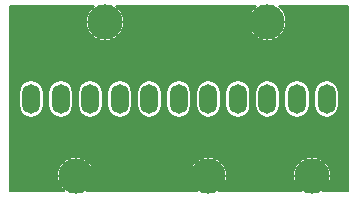
<source format=gbr>
G04 #@! TF.FileFunction,Copper,L2,Bot,Signal*
%FSLAX46Y46*%
G04 Gerber Fmt 4.6, Leading zero omitted, Abs format (unit mm)*
G04 Created by KiCad (PCBNEW 4.0.1-stable) date 2016/02/09 9:59:13*
%MOMM*%
G01*
G04 APERTURE LIST*
%ADD10C,0.100000*%
%ADD11O,1.500000X2.500000*%
%ADD12C,3.000000*%
%ADD13C,0.200000*%
G04 APERTURE END LIST*
D10*
D11*
X34500000Y-18000000D03*
X37000000Y-18000000D03*
D12*
X35750000Y-24500000D03*
D11*
X24500000Y-18000000D03*
X27000000Y-18000000D03*
X29500000Y-18000000D03*
D12*
X27000000Y-24500000D03*
D11*
X12000000Y-18000000D03*
X14500000Y-18000000D03*
X17000000Y-18000000D03*
X19500000Y-18000000D03*
D12*
X15750000Y-24500000D03*
D11*
X24500000Y-18000000D03*
X22000000Y-18000000D03*
X19500000Y-18000000D03*
X17000000Y-18000000D03*
X14500000Y-18000000D03*
X12000000Y-18000000D03*
D12*
X18250000Y-11500000D03*
D11*
X37000000Y-18000000D03*
X34500000Y-18000000D03*
X32000000Y-18000000D03*
X29500000Y-18000000D03*
X27000000Y-18000000D03*
D12*
X32000000Y-11500000D03*
D13*
G36*
X16894377Y-10592489D02*
X16650278Y-11180344D01*
X16649723Y-11816863D01*
X16892795Y-12405143D01*
X17342489Y-12855623D01*
X17930344Y-13099722D01*
X18566863Y-13100277D01*
X19155143Y-12857205D01*
X19605623Y-12407511D01*
X19849722Y-11819656D01*
X19850277Y-11183137D01*
X19607205Y-10594857D01*
X19188081Y-10175000D01*
X31062596Y-10175000D01*
X30644377Y-10592489D01*
X30400278Y-11180344D01*
X30399723Y-11816863D01*
X30642795Y-12405143D01*
X31092489Y-12855623D01*
X31680344Y-13099722D01*
X32316863Y-13100277D01*
X32905143Y-12857205D01*
X33355623Y-12407511D01*
X33599722Y-11819656D01*
X33600277Y-11183137D01*
X33357205Y-10594857D01*
X32938081Y-10175000D01*
X38825000Y-10175000D01*
X38825000Y-25825000D01*
X36687404Y-25825000D01*
X37105623Y-25407511D01*
X37349722Y-24819656D01*
X37350277Y-24183137D01*
X37107205Y-23594857D01*
X36657511Y-23144377D01*
X36069656Y-22900278D01*
X35433137Y-22899723D01*
X34844857Y-23142795D01*
X34394377Y-23592489D01*
X34150278Y-24180344D01*
X34149723Y-24816863D01*
X34392795Y-25405143D01*
X34811919Y-25825000D01*
X27937404Y-25825000D01*
X28355623Y-25407511D01*
X28599722Y-24819656D01*
X28600277Y-24183137D01*
X28357205Y-23594857D01*
X27907511Y-23144377D01*
X27319656Y-22900278D01*
X26683137Y-22899723D01*
X26094857Y-23142795D01*
X25644377Y-23592489D01*
X25400278Y-24180344D01*
X25399723Y-24816863D01*
X25642795Y-25405143D01*
X26061919Y-25825000D01*
X16687404Y-25825000D01*
X17105623Y-25407511D01*
X17349722Y-24819656D01*
X17350277Y-24183137D01*
X17107205Y-23594857D01*
X16657511Y-23144377D01*
X16069656Y-22900278D01*
X15433137Y-22899723D01*
X14844857Y-23142795D01*
X14394377Y-23592489D01*
X14150278Y-24180344D01*
X14149723Y-24816863D01*
X14392795Y-25405143D01*
X14811919Y-25825000D01*
X10175000Y-25825000D01*
X10175000Y-17469438D01*
X10940000Y-17469438D01*
X10940000Y-18530562D01*
X11020688Y-18936206D01*
X11250467Y-19280095D01*
X11594356Y-19509874D01*
X12000000Y-19590562D01*
X12405644Y-19509874D01*
X12749533Y-19280095D01*
X12979312Y-18936206D01*
X13060000Y-18530562D01*
X13060000Y-17469438D01*
X13440000Y-17469438D01*
X13440000Y-18530562D01*
X13520688Y-18936206D01*
X13750467Y-19280095D01*
X14094356Y-19509874D01*
X14500000Y-19590562D01*
X14905644Y-19509874D01*
X15249533Y-19280095D01*
X15479312Y-18936206D01*
X15560000Y-18530562D01*
X15560000Y-17469438D01*
X15940000Y-17469438D01*
X15940000Y-18530562D01*
X16020688Y-18936206D01*
X16250467Y-19280095D01*
X16594356Y-19509874D01*
X17000000Y-19590562D01*
X17405644Y-19509874D01*
X17749533Y-19280095D01*
X17979312Y-18936206D01*
X18060000Y-18530562D01*
X18060000Y-17469438D01*
X18440000Y-17469438D01*
X18440000Y-18530562D01*
X18520688Y-18936206D01*
X18750467Y-19280095D01*
X19094356Y-19509874D01*
X19500000Y-19590562D01*
X19905644Y-19509874D01*
X20249533Y-19280095D01*
X20479312Y-18936206D01*
X20560000Y-18530562D01*
X20560000Y-17469438D01*
X20940000Y-17469438D01*
X20940000Y-18530562D01*
X21020688Y-18936206D01*
X21250467Y-19280095D01*
X21594356Y-19509874D01*
X22000000Y-19590562D01*
X22405644Y-19509874D01*
X22749533Y-19280095D01*
X22979312Y-18936206D01*
X23060000Y-18530562D01*
X23060000Y-17469438D01*
X23440000Y-17469438D01*
X23440000Y-18530562D01*
X23520688Y-18936206D01*
X23750467Y-19280095D01*
X24094356Y-19509874D01*
X24500000Y-19590562D01*
X24905644Y-19509874D01*
X25249533Y-19280095D01*
X25479312Y-18936206D01*
X25560000Y-18530562D01*
X25560000Y-17469438D01*
X25940000Y-17469438D01*
X25940000Y-18530562D01*
X26020688Y-18936206D01*
X26250467Y-19280095D01*
X26594356Y-19509874D01*
X27000000Y-19590562D01*
X27405644Y-19509874D01*
X27749533Y-19280095D01*
X27979312Y-18936206D01*
X28060000Y-18530562D01*
X28060000Y-17469438D01*
X28440000Y-17469438D01*
X28440000Y-18530562D01*
X28520688Y-18936206D01*
X28750467Y-19280095D01*
X29094356Y-19509874D01*
X29500000Y-19590562D01*
X29905644Y-19509874D01*
X30249533Y-19280095D01*
X30479312Y-18936206D01*
X30560000Y-18530562D01*
X30560000Y-17469438D01*
X30940000Y-17469438D01*
X30940000Y-18530562D01*
X31020688Y-18936206D01*
X31250467Y-19280095D01*
X31594356Y-19509874D01*
X32000000Y-19590562D01*
X32405644Y-19509874D01*
X32749533Y-19280095D01*
X32979312Y-18936206D01*
X33060000Y-18530562D01*
X33060000Y-17469438D01*
X33440000Y-17469438D01*
X33440000Y-18530562D01*
X33520688Y-18936206D01*
X33750467Y-19280095D01*
X34094356Y-19509874D01*
X34500000Y-19590562D01*
X34905644Y-19509874D01*
X35249533Y-19280095D01*
X35479312Y-18936206D01*
X35560000Y-18530562D01*
X35560000Y-17469438D01*
X35940000Y-17469438D01*
X35940000Y-18530562D01*
X36020688Y-18936206D01*
X36250467Y-19280095D01*
X36594356Y-19509874D01*
X37000000Y-19590562D01*
X37405644Y-19509874D01*
X37749533Y-19280095D01*
X37979312Y-18936206D01*
X38060000Y-18530562D01*
X38060000Y-17469438D01*
X37979312Y-17063794D01*
X37749533Y-16719905D01*
X37405644Y-16490126D01*
X37000000Y-16409438D01*
X36594356Y-16490126D01*
X36250467Y-16719905D01*
X36020688Y-17063794D01*
X35940000Y-17469438D01*
X35560000Y-17469438D01*
X35479312Y-17063794D01*
X35249533Y-16719905D01*
X34905644Y-16490126D01*
X34500000Y-16409438D01*
X34094356Y-16490126D01*
X33750467Y-16719905D01*
X33520688Y-17063794D01*
X33440000Y-17469438D01*
X33060000Y-17469438D01*
X32979312Y-17063794D01*
X32749533Y-16719905D01*
X32405644Y-16490126D01*
X32000000Y-16409438D01*
X31594356Y-16490126D01*
X31250467Y-16719905D01*
X31020688Y-17063794D01*
X30940000Y-17469438D01*
X30560000Y-17469438D01*
X30479312Y-17063794D01*
X30249533Y-16719905D01*
X29905644Y-16490126D01*
X29500000Y-16409438D01*
X29094356Y-16490126D01*
X28750467Y-16719905D01*
X28520688Y-17063794D01*
X28440000Y-17469438D01*
X28060000Y-17469438D01*
X27979312Y-17063794D01*
X27749533Y-16719905D01*
X27405644Y-16490126D01*
X27000000Y-16409438D01*
X26594356Y-16490126D01*
X26250467Y-16719905D01*
X26020688Y-17063794D01*
X25940000Y-17469438D01*
X25560000Y-17469438D01*
X25479312Y-17063794D01*
X25249533Y-16719905D01*
X24905644Y-16490126D01*
X24500000Y-16409438D01*
X24094356Y-16490126D01*
X23750467Y-16719905D01*
X23520688Y-17063794D01*
X23440000Y-17469438D01*
X23060000Y-17469438D01*
X22979312Y-17063794D01*
X22749533Y-16719905D01*
X22405644Y-16490126D01*
X22000000Y-16409438D01*
X21594356Y-16490126D01*
X21250467Y-16719905D01*
X21020688Y-17063794D01*
X20940000Y-17469438D01*
X20560000Y-17469438D01*
X20479312Y-17063794D01*
X20249533Y-16719905D01*
X19905644Y-16490126D01*
X19500000Y-16409438D01*
X19094356Y-16490126D01*
X18750467Y-16719905D01*
X18520688Y-17063794D01*
X18440000Y-17469438D01*
X18060000Y-17469438D01*
X17979312Y-17063794D01*
X17749533Y-16719905D01*
X17405644Y-16490126D01*
X17000000Y-16409438D01*
X16594356Y-16490126D01*
X16250467Y-16719905D01*
X16020688Y-17063794D01*
X15940000Y-17469438D01*
X15560000Y-17469438D01*
X15479312Y-17063794D01*
X15249533Y-16719905D01*
X14905644Y-16490126D01*
X14500000Y-16409438D01*
X14094356Y-16490126D01*
X13750467Y-16719905D01*
X13520688Y-17063794D01*
X13440000Y-17469438D01*
X13060000Y-17469438D01*
X12979312Y-17063794D01*
X12749533Y-16719905D01*
X12405644Y-16490126D01*
X12000000Y-16409438D01*
X11594356Y-16490126D01*
X11250467Y-16719905D01*
X11020688Y-17063794D01*
X10940000Y-17469438D01*
X10175000Y-17469438D01*
X10175000Y-10175000D01*
X17312596Y-10175000D01*
X16894377Y-10592489D01*
X16894377Y-10592489D01*
G37*
X16894377Y-10592489D02*
X16650278Y-11180344D01*
X16649723Y-11816863D01*
X16892795Y-12405143D01*
X17342489Y-12855623D01*
X17930344Y-13099722D01*
X18566863Y-13100277D01*
X19155143Y-12857205D01*
X19605623Y-12407511D01*
X19849722Y-11819656D01*
X19850277Y-11183137D01*
X19607205Y-10594857D01*
X19188081Y-10175000D01*
X31062596Y-10175000D01*
X30644377Y-10592489D01*
X30400278Y-11180344D01*
X30399723Y-11816863D01*
X30642795Y-12405143D01*
X31092489Y-12855623D01*
X31680344Y-13099722D01*
X32316863Y-13100277D01*
X32905143Y-12857205D01*
X33355623Y-12407511D01*
X33599722Y-11819656D01*
X33600277Y-11183137D01*
X33357205Y-10594857D01*
X32938081Y-10175000D01*
X38825000Y-10175000D01*
X38825000Y-25825000D01*
X36687404Y-25825000D01*
X37105623Y-25407511D01*
X37349722Y-24819656D01*
X37350277Y-24183137D01*
X37107205Y-23594857D01*
X36657511Y-23144377D01*
X36069656Y-22900278D01*
X35433137Y-22899723D01*
X34844857Y-23142795D01*
X34394377Y-23592489D01*
X34150278Y-24180344D01*
X34149723Y-24816863D01*
X34392795Y-25405143D01*
X34811919Y-25825000D01*
X27937404Y-25825000D01*
X28355623Y-25407511D01*
X28599722Y-24819656D01*
X28600277Y-24183137D01*
X28357205Y-23594857D01*
X27907511Y-23144377D01*
X27319656Y-22900278D01*
X26683137Y-22899723D01*
X26094857Y-23142795D01*
X25644377Y-23592489D01*
X25400278Y-24180344D01*
X25399723Y-24816863D01*
X25642795Y-25405143D01*
X26061919Y-25825000D01*
X16687404Y-25825000D01*
X17105623Y-25407511D01*
X17349722Y-24819656D01*
X17350277Y-24183137D01*
X17107205Y-23594857D01*
X16657511Y-23144377D01*
X16069656Y-22900278D01*
X15433137Y-22899723D01*
X14844857Y-23142795D01*
X14394377Y-23592489D01*
X14150278Y-24180344D01*
X14149723Y-24816863D01*
X14392795Y-25405143D01*
X14811919Y-25825000D01*
X10175000Y-25825000D01*
X10175000Y-17469438D01*
X10940000Y-17469438D01*
X10940000Y-18530562D01*
X11020688Y-18936206D01*
X11250467Y-19280095D01*
X11594356Y-19509874D01*
X12000000Y-19590562D01*
X12405644Y-19509874D01*
X12749533Y-19280095D01*
X12979312Y-18936206D01*
X13060000Y-18530562D01*
X13060000Y-17469438D01*
X13440000Y-17469438D01*
X13440000Y-18530562D01*
X13520688Y-18936206D01*
X13750467Y-19280095D01*
X14094356Y-19509874D01*
X14500000Y-19590562D01*
X14905644Y-19509874D01*
X15249533Y-19280095D01*
X15479312Y-18936206D01*
X15560000Y-18530562D01*
X15560000Y-17469438D01*
X15940000Y-17469438D01*
X15940000Y-18530562D01*
X16020688Y-18936206D01*
X16250467Y-19280095D01*
X16594356Y-19509874D01*
X17000000Y-19590562D01*
X17405644Y-19509874D01*
X17749533Y-19280095D01*
X17979312Y-18936206D01*
X18060000Y-18530562D01*
X18060000Y-17469438D01*
X18440000Y-17469438D01*
X18440000Y-18530562D01*
X18520688Y-18936206D01*
X18750467Y-19280095D01*
X19094356Y-19509874D01*
X19500000Y-19590562D01*
X19905644Y-19509874D01*
X20249533Y-19280095D01*
X20479312Y-18936206D01*
X20560000Y-18530562D01*
X20560000Y-17469438D01*
X20940000Y-17469438D01*
X20940000Y-18530562D01*
X21020688Y-18936206D01*
X21250467Y-19280095D01*
X21594356Y-19509874D01*
X22000000Y-19590562D01*
X22405644Y-19509874D01*
X22749533Y-19280095D01*
X22979312Y-18936206D01*
X23060000Y-18530562D01*
X23060000Y-17469438D01*
X23440000Y-17469438D01*
X23440000Y-18530562D01*
X23520688Y-18936206D01*
X23750467Y-19280095D01*
X24094356Y-19509874D01*
X24500000Y-19590562D01*
X24905644Y-19509874D01*
X25249533Y-19280095D01*
X25479312Y-18936206D01*
X25560000Y-18530562D01*
X25560000Y-17469438D01*
X25940000Y-17469438D01*
X25940000Y-18530562D01*
X26020688Y-18936206D01*
X26250467Y-19280095D01*
X26594356Y-19509874D01*
X27000000Y-19590562D01*
X27405644Y-19509874D01*
X27749533Y-19280095D01*
X27979312Y-18936206D01*
X28060000Y-18530562D01*
X28060000Y-17469438D01*
X28440000Y-17469438D01*
X28440000Y-18530562D01*
X28520688Y-18936206D01*
X28750467Y-19280095D01*
X29094356Y-19509874D01*
X29500000Y-19590562D01*
X29905644Y-19509874D01*
X30249533Y-19280095D01*
X30479312Y-18936206D01*
X30560000Y-18530562D01*
X30560000Y-17469438D01*
X30940000Y-17469438D01*
X30940000Y-18530562D01*
X31020688Y-18936206D01*
X31250467Y-19280095D01*
X31594356Y-19509874D01*
X32000000Y-19590562D01*
X32405644Y-19509874D01*
X32749533Y-19280095D01*
X32979312Y-18936206D01*
X33060000Y-18530562D01*
X33060000Y-17469438D01*
X33440000Y-17469438D01*
X33440000Y-18530562D01*
X33520688Y-18936206D01*
X33750467Y-19280095D01*
X34094356Y-19509874D01*
X34500000Y-19590562D01*
X34905644Y-19509874D01*
X35249533Y-19280095D01*
X35479312Y-18936206D01*
X35560000Y-18530562D01*
X35560000Y-17469438D01*
X35940000Y-17469438D01*
X35940000Y-18530562D01*
X36020688Y-18936206D01*
X36250467Y-19280095D01*
X36594356Y-19509874D01*
X37000000Y-19590562D01*
X37405644Y-19509874D01*
X37749533Y-19280095D01*
X37979312Y-18936206D01*
X38060000Y-18530562D01*
X38060000Y-17469438D01*
X37979312Y-17063794D01*
X37749533Y-16719905D01*
X37405644Y-16490126D01*
X37000000Y-16409438D01*
X36594356Y-16490126D01*
X36250467Y-16719905D01*
X36020688Y-17063794D01*
X35940000Y-17469438D01*
X35560000Y-17469438D01*
X35479312Y-17063794D01*
X35249533Y-16719905D01*
X34905644Y-16490126D01*
X34500000Y-16409438D01*
X34094356Y-16490126D01*
X33750467Y-16719905D01*
X33520688Y-17063794D01*
X33440000Y-17469438D01*
X33060000Y-17469438D01*
X32979312Y-17063794D01*
X32749533Y-16719905D01*
X32405644Y-16490126D01*
X32000000Y-16409438D01*
X31594356Y-16490126D01*
X31250467Y-16719905D01*
X31020688Y-17063794D01*
X30940000Y-17469438D01*
X30560000Y-17469438D01*
X30479312Y-17063794D01*
X30249533Y-16719905D01*
X29905644Y-16490126D01*
X29500000Y-16409438D01*
X29094356Y-16490126D01*
X28750467Y-16719905D01*
X28520688Y-17063794D01*
X28440000Y-17469438D01*
X28060000Y-17469438D01*
X27979312Y-17063794D01*
X27749533Y-16719905D01*
X27405644Y-16490126D01*
X27000000Y-16409438D01*
X26594356Y-16490126D01*
X26250467Y-16719905D01*
X26020688Y-17063794D01*
X25940000Y-17469438D01*
X25560000Y-17469438D01*
X25479312Y-17063794D01*
X25249533Y-16719905D01*
X24905644Y-16490126D01*
X24500000Y-16409438D01*
X24094356Y-16490126D01*
X23750467Y-16719905D01*
X23520688Y-17063794D01*
X23440000Y-17469438D01*
X23060000Y-17469438D01*
X22979312Y-17063794D01*
X22749533Y-16719905D01*
X22405644Y-16490126D01*
X22000000Y-16409438D01*
X21594356Y-16490126D01*
X21250467Y-16719905D01*
X21020688Y-17063794D01*
X20940000Y-17469438D01*
X20560000Y-17469438D01*
X20479312Y-17063794D01*
X20249533Y-16719905D01*
X19905644Y-16490126D01*
X19500000Y-16409438D01*
X19094356Y-16490126D01*
X18750467Y-16719905D01*
X18520688Y-17063794D01*
X18440000Y-17469438D01*
X18060000Y-17469438D01*
X17979312Y-17063794D01*
X17749533Y-16719905D01*
X17405644Y-16490126D01*
X17000000Y-16409438D01*
X16594356Y-16490126D01*
X16250467Y-16719905D01*
X16020688Y-17063794D01*
X15940000Y-17469438D01*
X15560000Y-17469438D01*
X15479312Y-17063794D01*
X15249533Y-16719905D01*
X14905644Y-16490126D01*
X14500000Y-16409438D01*
X14094356Y-16490126D01*
X13750467Y-16719905D01*
X13520688Y-17063794D01*
X13440000Y-17469438D01*
X13060000Y-17469438D01*
X12979312Y-17063794D01*
X12749533Y-16719905D01*
X12405644Y-16490126D01*
X12000000Y-16409438D01*
X11594356Y-16490126D01*
X11250467Y-16719905D01*
X11020688Y-17063794D01*
X10940000Y-17469438D01*
X10175000Y-17469438D01*
X10175000Y-10175000D01*
X17312596Y-10175000D01*
X16894377Y-10592489D01*
M02*

</source>
